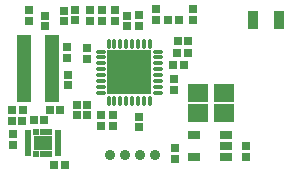
<source format=gts>
%TF.GenerationSoftware,Altium Limited,Altium Designer,24.5.2 (23)*%
G04 Layer_Color=8388736*
%FSLAX45Y45*%
%MOMM*%
%TF.SameCoordinates,57FA01A1-E815-4C6C-BC38-3E05548C2649*%
%TF.FilePolarity,Negative*%
%TF.FileFunction,Soldermask,Top*%
%TF.Part,Single*%
G01*
G75*
%TA.AperFunction,SMDPad,CuDef*%
%ADD39R,0.75000X0.65000*%
%ADD40R,0.84000X1.57000*%
%ADD41R,0.72000X0.80000*%
%ADD42R,0.80000X0.72000*%
%ADD43R,0.72000X0.69000*%
%ADD44R,0.69000X0.72000*%
%ADD45R,0.65000X0.75000*%
%ADD46R,1.15000X0.85000*%
%ADD47R,1.10000X0.70000*%
%ADD48R,1.80000X1.60000*%
%ADD49R,0.49000X2.24000*%
%ADD50R,0.49000X0.51500*%
%ADD51R,1.64000X1.24000*%
%TA.AperFunction,ConnectorPad*%
%ADD52R,0.80000X0.72000*%
%TA.AperFunction,SMDPad,CuDef*%
%ADD53O,0.35000X0.90000*%
%ADD54O,0.90000X0.35000*%
%ADD55R,3.80000X3.80000*%
%TA.AperFunction,ComponentPad*%
%ADD56C,0.90000*%
D39*
X286526Y460055D02*
D03*
X371526D02*
D03*
X414700Y546100D02*
D03*
X499700D02*
D03*
X94320Y453977D02*
D03*
X179320D02*
D03*
D40*
X2357259Y1310876D02*
D03*
X2140259D02*
D03*
D41*
X734573Y1074119D02*
D03*
Y982118D02*
D03*
X953956Y501353D02*
D03*
Y409353D02*
D03*
X848207Y410411D02*
D03*
Y502411D02*
D03*
X1471201Y811753D02*
D03*
Y719753D02*
D03*
X758116Y1301741D02*
D03*
Y1393741D02*
D03*
X1169590Y1255872D02*
D03*
Y1347872D02*
D03*
X861478Y1394722D02*
D03*
Y1302722D02*
D03*
X971200Y1392398D02*
D03*
Y1300398D02*
D03*
X1317281Y1311717D02*
D03*
Y1403717D02*
D03*
X1625603Y1307984D02*
D03*
Y1399984D02*
D03*
X566510Y987181D02*
D03*
Y1079181D02*
D03*
X571500Y754100D02*
D03*
Y846100D02*
D03*
X2077090Y148782D02*
D03*
Y240782D02*
D03*
X1473200Y131800D02*
D03*
Y223800D02*
D03*
X104881Y247426D02*
D03*
Y339427D02*
D03*
D42*
X1460124Y923569D02*
D03*
X1552124D02*
D03*
X1497355Y1025632D02*
D03*
X1589355D02*
D03*
X1498225Y1130034D02*
D03*
X1590225D02*
D03*
X545871Y83795D02*
D03*
X453871D02*
D03*
D43*
X1071398Y1253799D02*
D03*
Y1344799D02*
D03*
D44*
X1421198Y1310876D02*
D03*
X1512198D02*
D03*
D45*
X627533Y1307957D02*
D03*
Y1392957D02*
D03*
X644081Y499926D02*
D03*
Y584926D02*
D03*
X732981Y499926D02*
D03*
Y584926D02*
D03*
X241300Y1303700D02*
D03*
Y1388700D02*
D03*
X376600Y1260600D02*
D03*
Y1345600D02*
D03*
X535438Y1295547D02*
D03*
Y1380547D02*
D03*
X1168400Y487000D02*
D03*
Y402000D02*
D03*
D46*
X194630Y1138269D02*
D03*
Y1058269D02*
D03*
X434630Y1138269D02*
D03*
X194630Y978269D02*
D03*
Y898269D02*
D03*
Y818269D02*
D03*
Y738269D02*
D03*
Y658268D02*
D03*
X434630Y1058269D02*
D03*
Y978269D02*
D03*
Y898269D02*
D03*
Y818269D02*
D03*
Y738269D02*
D03*
Y658268D02*
D03*
D47*
X1637861Y145471D02*
D03*
Y335471D02*
D03*
X1912861D02*
D03*
Y240471D02*
D03*
Y145471D02*
D03*
D48*
X1891348Y524222D02*
D03*
Y694222D02*
D03*
X1671348Y524222D02*
D03*
Y694222D02*
D03*
D49*
X485323Y266320D02*
D03*
X229323D02*
D03*
D50*
X302323Y360320D02*
D03*
X412323D02*
D03*
X357323D02*
D03*
X412323Y172320D02*
D03*
X302323D02*
D03*
X357323D02*
D03*
D51*
Y266320D02*
D03*
D52*
X186080Y549176D02*
D03*
X94080D02*
D03*
D53*
X1264196Y1108287D02*
D03*
X1214196D02*
D03*
X1164196D02*
D03*
X1114196D02*
D03*
X1064196D02*
D03*
X1014196D02*
D03*
X964196D02*
D03*
X914196D02*
D03*
Y623287D02*
D03*
X964196D02*
D03*
X1014196D02*
D03*
X1064196D02*
D03*
X1114196D02*
D03*
X1164196D02*
D03*
X1214196D02*
D03*
X1264196D02*
D03*
D54*
X846696Y1040787D02*
D03*
Y990787D02*
D03*
Y940787D02*
D03*
Y890787D02*
D03*
Y840787D02*
D03*
Y790787D02*
D03*
Y740787D02*
D03*
Y690787D02*
D03*
X1331696D02*
D03*
Y740787D02*
D03*
Y790787D02*
D03*
Y840787D02*
D03*
Y890787D02*
D03*
Y940787D02*
D03*
Y990787D02*
D03*
Y1040787D02*
D03*
D55*
X1089196Y865787D02*
D03*
D56*
X1309237Y166877D02*
D03*
X1182237D02*
D03*
X1055237D02*
D03*
X928237D02*
D03*
%TF.MD5,892c28c9306c1e3dad29e2ef7007bb41*%
M02*

</source>
